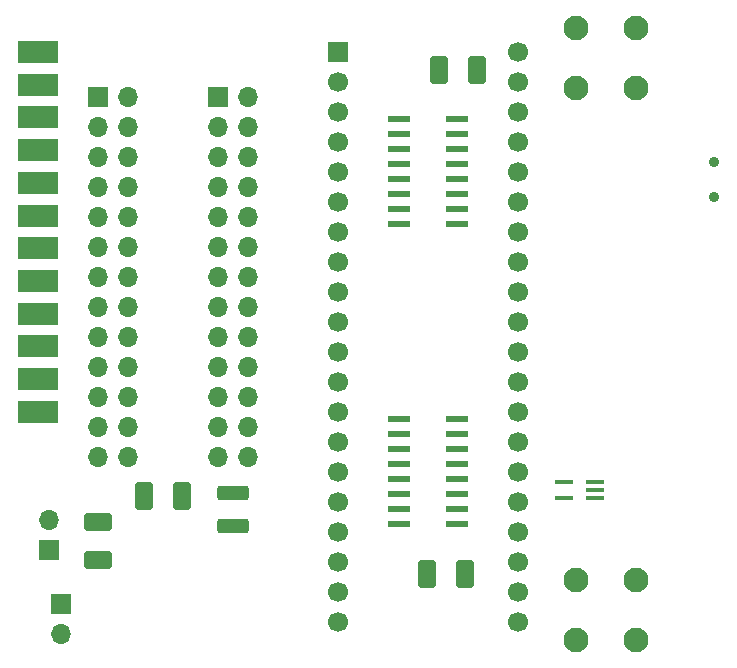
<source format=gbs>
%TF.GenerationSoftware,KiCad,Pcbnew,(6.0.4-0)*%
%TF.CreationDate,2023-01-26T09:36:58-07:00*%
%TF.ProjectId,bluescsi_iigs_internal,626c7565-7363-4736-995f-696967735f69,rev?*%
%TF.SameCoordinates,Original*%
%TF.FileFunction,Soldermask,Bot*%
%TF.FilePolarity,Negative*%
%FSLAX46Y46*%
G04 Gerber Fmt 4.6, Leading zero omitted, Abs format (unit mm)*
G04 Created by KiCad (PCBNEW (6.0.4-0)) date 2023-01-26 09:36:58*
%MOMM*%
%LPD*%
G01*
G04 APERTURE LIST*
G04 Aperture macros list*
%AMRoundRect*
0 Rectangle with rounded corners*
0 $1 Rounding radius*
0 $2 $3 $4 $5 $6 $7 $8 $9 X,Y pos of 4 corners*
0 Add a 4 corners polygon primitive as box body*
4,1,4,$2,$3,$4,$5,$6,$7,$8,$9,$2,$3,0*
0 Add four circle primitives for the rounded corners*
1,1,$1+$1,$2,$3*
1,1,$1+$1,$4,$5*
1,1,$1+$1,$6,$7*
1,1,$1+$1,$8,$9*
0 Add four rect primitives between the rounded corners*
20,1,$1+$1,$2,$3,$4,$5,0*
20,1,$1+$1,$4,$5,$6,$7,0*
20,1,$1+$1,$6,$7,$8,$9,0*
20,1,$1+$1,$8,$9,$2,$3,0*%
G04 Aperture macros list end*
%ADD10R,1.700000X1.700000*%
%ADD11C,1.700000*%
%ADD12C,0.900000*%
%ADD13O,1.700000X1.700000*%
%ADD14C,2.100000*%
%ADD15R,3.480000X1.846667*%
%ADD16RoundRect,0.250000X-0.500000X-0.925000X0.500000X-0.925000X0.500000X0.925000X-0.500000X0.925000X0*%
%ADD17R,1.970000X0.600000*%
%ADD18RoundRect,0.250000X0.500000X0.925000X-0.500000X0.925000X-0.500000X-0.925000X0.500000X-0.925000X0*%
%ADD19RoundRect,0.250000X1.075000X-0.375000X1.075000X0.375000X-1.075000X0.375000X-1.075000X-0.375000X0*%
%ADD20R,1.500000X0.400000*%
%ADD21RoundRect,0.250000X0.925000X-0.500000X0.925000X0.500000X-0.925000X0.500000X-0.925000X-0.500000X0*%
G04 APERTURE END LIST*
D10*
%TO.C,U1*%
X152400000Y-50800000D03*
D11*
X152400000Y-53340000D03*
X152400000Y-55880000D03*
X152400000Y-58420000D03*
X152400000Y-60960000D03*
X152400000Y-63500000D03*
X152400000Y-66040000D03*
X152400000Y-68580000D03*
X152400000Y-71120000D03*
X152400000Y-73660000D03*
X152400000Y-76200000D03*
X152400000Y-78740000D03*
X152400000Y-81280000D03*
X152400000Y-83820000D03*
X152400000Y-86360000D03*
X152400000Y-88900000D03*
X152400000Y-91440000D03*
X152400000Y-93980000D03*
X152400000Y-96520000D03*
X152400000Y-99060000D03*
X167640000Y-99060000D03*
X167640000Y-96520000D03*
X167640000Y-93980000D03*
X167640000Y-91440000D03*
X167640000Y-88900000D03*
X167640000Y-86360000D03*
X167640000Y-83820000D03*
X167640000Y-81280000D03*
X167640000Y-78740000D03*
X167640000Y-76200000D03*
X167640000Y-73660000D03*
X167640000Y-71120000D03*
X167640000Y-68580000D03*
X167640000Y-66040000D03*
X167640000Y-63500000D03*
X167640000Y-60960000D03*
X167640000Y-58420000D03*
X167640000Y-55880000D03*
X167640000Y-53340000D03*
X167640000Y-50800000D03*
%TD*%
D12*
%TO.C,SW1*%
X184226000Y-63095000D03*
X184226000Y-60095000D03*
%TD*%
D10*
%TO.C,J1*%
X132080000Y-54610000D03*
D13*
X134620000Y-54610000D03*
X132080000Y-57150000D03*
X134620000Y-57150000D03*
X132080000Y-59690000D03*
X134620000Y-59690000D03*
X132080000Y-62230000D03*
X134620000Y-62230000D03*
X132080000Y-64770000D03*
X134620000Y-64770000D03*
X132080000Y-67310000D03*
X134620000Y-67310000D03*
X132080000Y-69850000D03*
X134620000Y-69850000D03*
X132080000Y-72390000D03*
X134620000Y-72390000D03*
X132080000Y-74930000D03*
X134620000Y-74930000D03*
X132080000Y-77470000D03*
X134620000Y-77470000D03*
X132080000Y-80010000D03*
X134620000Y-80010000D03*
X132080000Y-82550000D03*
X134620000Y-82550000D03*
X132080000Y-85090000D03*
X134620000Y-85090000D03*
%TD*%
D10*
%TO.C,J2*%
X142240000Y-54610000D03*
D13*
X144780000Y-54610000D03*
X142240000Y-57150000D03*
X144780000Y-57150000D03*
X142240000Y-59690000D03*
X144780000Y-59690000D03*
X142240000Y-62230000D03*
X144780000Y-62230000D03*
X142240000Y-64770000D03*
X144780000Y-64770000D03*
X142240000Y-67310000D03*
X144780000Y-67310000D03*
X142240000Y-69850000D03*
X144780000Y-69850000D03*
X142240000Y-72390000D03*
X144780000Y-72390000D03*
X142240000Y-74930000D03*
X144780000Y-74930000D03*
X142240000Y-77470000D03*
X144780000Y-77470000D03*
X142240000Y-80010000D03*
X144780000Y-80010000D03*
X142240000Y-82550000D03*
X144780000Y-82550000D03*
X142240000Y-85090000D03*
X144780000Y-85090000D03*
%TD*%
D10*
%TO.C,J4*%
X128905000Y-97536000D03*
D13*
X128905000Y-100076000D03*
%TD*%
D10*
%TO.C,J5*%
X127889000Y-92964000D03*
D13*
X127889000Y-90424000D03*
%TD*%
D14*
%TO.C,M1*%
X177591000Y-95481000D03*
X177591000Y-100561000D03*
X172511000Y-95481000D03*
X172511000Y-100561000D03*
%TD*%
%TO.C,M2*%
X177591000Y-48791000D03*
X172511000Y-48791000D03*
X177591000Y-53871000D03*
X172511000Y-53871000D03*
%TD*%
D15*
%TO.C,J6*%
X127000000Y-50805000D03*
X127000000Y-53575000D03*
X127000000Y-56345000D03*
X127000000Y-59115000D03*
X127000000Y-61885000D03*
X127000000Y-64655000D03*
X127000000Y-67425000D03*
X127000000Y-70195000D03*
X127000000Y-72965000D03*
X127000000Y-75735000D03*
X127000000Y-78505000D03*
X127000000Y-81275000D03*
%TD*%
D16*
%TO.C,C1*%
X160935000Y-52324000D03*
X164185000Y-52324000D03*
%TD*%
D17*
%TO.C,U3*%
X162495000Y-81915000D03*
X162495000Y-83185000D03*
X162495000Y-84455000D03*
X162495000Y-85725000D03*
X162495000Y-86995000D03*
X162495000Y-88265000D03*
X162495000Y-89535000D03*
X162495000Y-90805000D03*
X157545000Y-90805000D03*
X157545000Y-89535000D03*
X157545000Y-88265000D03*
X157545000Y-86995000D03*
X157545000Y-85725000D03*
X157545000Y-84455000D03*
X157545000Y-83185000D03*
X157545000Y-81915000D03*
%TD*%
D16*
%TO.C,C3*%
X135942000Y-88392000D03*
X139192000Y-88392000D03*
%TD*%
D18*
%TO.C,C2*%
X163169000Y-94996000D03*
X159919000Y-94996000D03*
%TD*%
D17*
%TO.C,U2*%
X162495000Y-56515000D03*
X162495000Y-57785000D03*
X162495000Y-59055000D03*
X162495000Y-60325000D03*
X162495000Y-61595000D03*
X162495000Y-62865000D03*
X162495000Y-64135000D03*
X162495000Y-65405000D03*
X157545000Y-65405000D03*
X157545000Y-64135000D03*
X157545000Y-62865000D03*
X157545000Y-61595000D03*
X157545000Y-60325000D03*
X157545000Y-59055000D03*
X157545000Y-57785000D03*
X157545000Y-56515000D03*
%TD*%
D19*
%TO.C,F1*%
X143510000Y-90935000D03*
X143510000Y-88135000D03*
%TD*%
D20*
%TO.C,U5*%
X174177000Y-87234000D03*
X174177000Y-87884000D03*
X174177000Y-88534000D03*
X171517000Y-88534000D03*
X171517000Y-87234000D03*
%TD*%
D21*
%TO.C,C4*%
X132080000Y-93827000D03*
X132080000Y-90577000D03*
%TD*%
M02*

</source>
